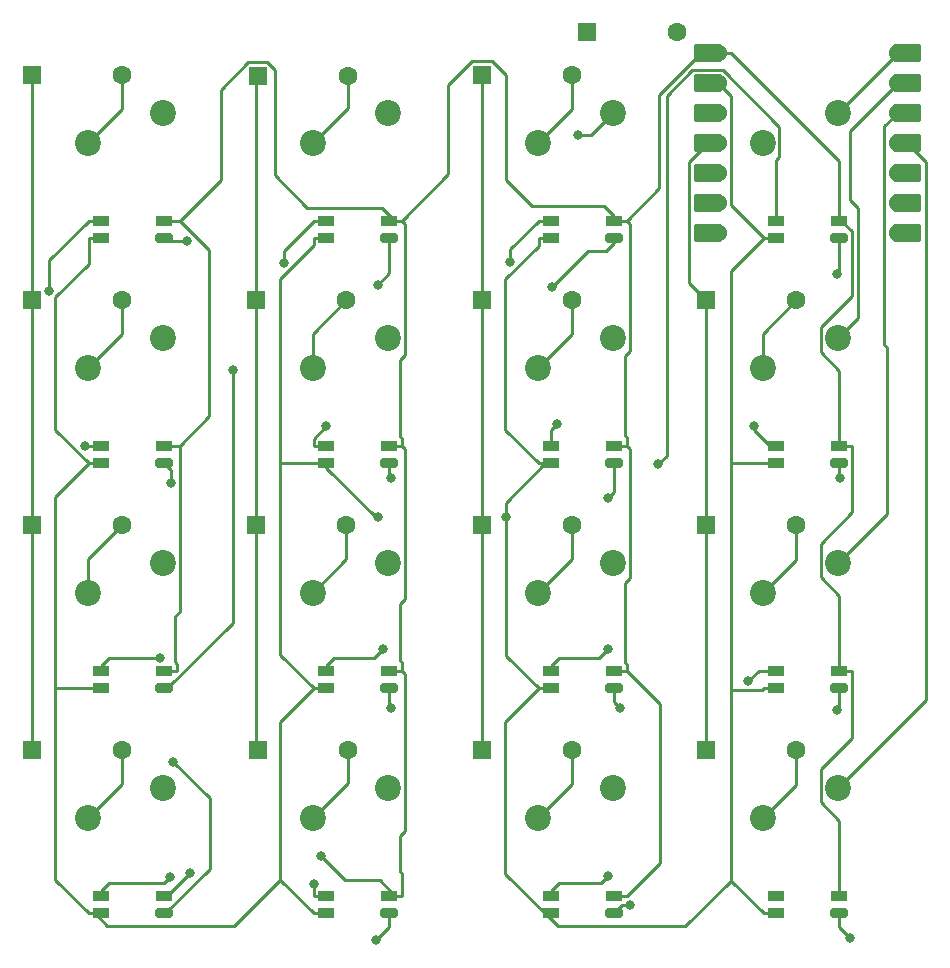
<source format=gbr>
%TF.GenerationSoftware,KiCad,Pcbnew,9.0.2*%
%TF.CreationDate,2025-06-30T11:30:22+02:00*%
%TF.ProjectId,HackPad,4861636b-5061-4642-9e6b-696361645f70,rev?*%
%TF.SameCoordinates,Original*%
%TF.FileFunction,Copper,L2,Bot*%
%TF.FilePolarity,Positive*%
%FSLAX46Y46*%
G04 Gerber Fmt 4.6, Leading zero omitted, Abs format (unit mm)*
G04 Created by KiCad (PCBNEW 9.0.2) date 2025-06-30 11:30:22*
%MOMM*%
%LPD*%
G01*
G04 APERTURE LIST*
G04 Aperture macros list*
%AMRoundRect*
0 Rectangle with rounded corners*
0 $1 Rounding radius*
0 $2 $3 $4 $5 $6 $7 $8 $9 X,Y pos of 4 corners*
0 Add a 4 corners polygon primitive as box body*
4,1,4,$2,$3,$4,$5,$6,$7,$8,$9,$2,$3,0*
0 Add four circle primitives for the rounded corners*
1,1,$1+$1,$2,$3*
1,1,$1+$1,$4,$5*
1,1,$1+$1,$6,$7*
1,1,$1+$1,$8,$9*
0 Add four rect primitives between the rounded corners*
20,1,$1+$1,$2,$3,$4,$5,0*
20,1,$1+$1,$4,$5,$6,$7,0*
20,1,$1+$1,$6,$7,$8,$9,0*
20,1,$1+$1,$8,$9,$2,$3,0*%
G04 Aperture macros list end*
%TA.AperFunction,ComponentPad*%
%ADD10C,2.200000*%
%TD*%
%TA.AperFunction,ComponentPad*%
%ADD11RoundRect,0.250000X-0.550000X-0.550000X0.550000X-0.550000X0.550000X0.550000X-0.550000X0.550000X0*%
%TD*%
%TA.AperFunction,ComponentPad*%
%ADD12C,1.600000*%
%TD*%
%TA.AperFunction,SMDPad,CuDef*%
%ADD13RoundRect,0.152400X-1.063600X-0.609600X1.063600X-0.609600X1.063600X0.609600X-1.063600X0.609600X0*%
%TD*%
%TA.AperFunction,ComponentPad*%
%ADD14C,1.524000*%
%TD*%
%TA.AperFunction,SMDPad,CuDef*%
%ADD15RoundRect,0.152400X1.063600X0.609600X-1.063600X0.609600X-1.063600X-0.609600X1.063600X-0.609600X0*%
%TD*%
%TA.AperFunction,SMDPad,CuDef*%
%ADD16R,1.450000X0.820000*%
%TD*%
%TA.AperFunction,SMDPad,CuDef*%
%ADD17RoundRect,0.205000X-0.520000X-0.205000X0.520000X-0.205000X0.520000X0.205000X-0.520000X0.205000X0*%
%TD*%
%TA.AperFunction,ViaPad*%
%ADD18C,0.800000*%
%TD*%
%TA.AperFunction,Conductor*%
%ADD19C,0.250000*%
%TD*%
G04 APERTURE END LIST*
D10*
%TO.P,SW6,1,1*%
%TO.N,Net-(U1-GPIO27{slash}ADC1{slash}A1)*%
X59690000Y-44926200D03*
%TO.P,SW6,2,2*%
%TO.N,Net-(D27-A)*%
X53340000Y-47466200D03*
%TD*%
%TO.P,SW13,1,1*%
%TO.N,Net-(U1-GPIO29{slash}ADC3{slash}A3)*%
X40640000Y-83026200D03*
%TO.P,SW13,2,2*%
%TO.N,Net-(D20-A)*%
X34290000Y-85566200D03*
%TD*%
%TO.P,SW8,1,1*%
%TO.N,Net-(U1-GPIO27{slash}ADC1{slash}A1)*%
X97790000Y-44926200D03*
%TO.P,SW8,2,2*%
%TO.N,Net-(D25-A)*%
X91440000Y-47466200D03*
%TD*%
%TO.P,SW9,1,1*%
%TO.N,Net-(U1-GPIO28{slash}ADC2{slash}A2)*%
X40640000Y-63976200D03*
%TO.P,SW9,2,2*%
%TO.N,Net-(D24-A)*%
X34290000Y-66516200D03*
%TD*%
%TO.P,SW12,1,1*%
%TO.N,Net-(U1-GPIO28{slash}ADC2{slash}A2)*%
X97790000Y-63976200D03*
%TO.P,SW12,2,2*%
%TO.N,Net-(D21-A)*%
X91440000Y-66516200D03*
%TD*%
%TO.P,SW1,1,1*%
%TO.N,Net-(U1-GPIO26{slash}ADC0{slash}A0)*%
X40640000Y-25876200D03*
%TO.P,SW1,2,2*%
%TO.N,Net-(D32-A)*%
X34290000Y-28416200D03*
%TD*%
%TO.P,SW4,1,1*%
%TO.N,Net-(U1-GPIO26{slash}ADC0{slash}A0)*%
X97790000Y-25876200D03*
%TO.P,SW4,2,2*%
%TO.N,Net-(D29-A)*%
X91440000Y-28416200D03*
%TD*%
%TO.P,SW3,1,1*%
%TO.N,Net-(U1-GPIO26{slash}ADC0{slash}A0)*%
X78740000Y-25876200D03*
%TO.P,SW3,2,2*%
%TO.N,Net-(D30-A)*%
X72390000Y-28416200D03*
%TD*%
%TO.P,SW15,1,1*%
%TO.N,Net-(U1-GPIO29{slash}ADC3{slash}A3)*%
X78740000Y-83026200D03*
%TO.P,SW15,2,2*%
%TO.N,Net-(D18-A)*%
X72390000Y-85566200D03*
%TD*%
%TO.P,SW16,1,1*%
%TO.N,Net-(U1-GPIO29{slash}ADC3{slash}A3)*%
X97790000Y-83026200D03*
%TO.P,SW16,2,2*%
%TO.N,Net-(D17-A)*%
X91440000Y-85566200D03*
%TD*%
%TO.P,SW2,1,1*%
%TO.N,Net-(U1-GPIO26{slash}ADC0{slash}A0)*%
X59690000Y-25876200D03*
%TO.P,SW2,2,2*%
%TO.N,Net-(D31-A)*%
X53340000Y-28416200D03*
%TD*%
%TO.P,SW14,1,1*%
%TO.N,Net-(U1-GPIO29{slash}ADC3{slash}A3)*%
X59690000Y-83026200D03*
%TO.P,SW14,2,2*%
%TO.N,Net-(D19-A)*%
X53340000Y-85566200D03*
%TD*%
%TO.P,SW7,1,1*%
%TO.N,Net-(U1-GPIO27{slash}ADC1{slash}A1)*%
X78740000Y-44926200D03*
%TO.P,SW7,2,2*%
%TO.N,Net-(D26-A)*%
X72390000Y-47466200D03*
%TD*%
%TO.P,SW5,1,1*%
%TO.N,Net-(U1-GPIO27{slash}ADC1{slash}A1)*%
X40640000Y-44926200D03*
%TO.P,SW5,2,2*%
%TO.N,Net-(D28-A)*%
X34290000Y-47466200D03*
%TD*%
%TO.P,SW11,1,1*%
%TO.N,Net-(U1-GPIO28{slash}ADC2{slash}A2)*%
X78740000Y-63976200D03*
%TO.P,SW11,2,2*%
%TO.N,Net-(D22-A)*%
X72390000Y-66516200D03*
%TD*%
%TO.P,SW10,1,1*%
%TO.N,Net-(U1-GPIO28{slash}ADC2{slash}A2)*%
X59690000Y-63976200D03*
%TO.P,SW10,2,2*%
%TO.N,Net-(D23-A)*%
X53340000Y-66516200D03*
%TD*%
D11*
%TO.P,D21,1,K*%
%TO.N,Net-(D17-K)*%
X86680000Y-60700000D03*
D12*
%TO.P,D21,2,A*%
%TO.N,Net-(D21-A)*%
X94300000Y-60700000D03*
%TD*%
D11*
%TO.P,D19,1,K*%
%TO.N,Net-(D19-K)*%
X48690000Y-79800000D03*
D12*
%TO.P,D19,2,A*%
%TO.N,Net-(D19-A)*%
X56310000Y-79800000D03*
%TD*%
D11*
%TO.P,D29,1,K*%
%TO.N,Net-(D17-K)*%
X76590000Y-19000000D03*
D12*
%TO.P,D29,2,A*%
%TO.N,Net-(D29-A)*%
X84210000Y-19000000D03*
%TD*%
D13*
%TO.P,U1,1,GPIO26/ADC0/A0*%
%TO.N,Net-(U1-GPIO26{slash}ADC0{slash}A0)*%
X103700000Y-20791200D03*
D14*
X102865000Y-20791200D03*
D13*
%TO.P,U1,2,GPIO27/ADC1/A1*%
%TO.N,Net-(U1-GPIO27{slash}ADC1{slash}A1)*%
X103700000Y-23331200D03*
D14*
X102865000Y-23331200D03*
D13*
%TO.P,U1,3,GPIO28/ADC2/A2*%
%TO.N,Net-(U1-GPIO28{slash}ADC2{slash}A2)*%
X103700000Y-25871200D03*
D14*
X102865000Y-25871200D03*
D13*
%TO.P,U1,4,GPIO29/ADC3/A3*%
%TO.N,Net-(U1-GPIO29{slash}ADC3{slash}A3)*%
X103700000Y-28411200D03*
D14*
X102865000Y-28411200D03*
D13*
%TO.P,U1,5,GPIO6/SDA*%
%TO.N,Net-(D1-DIN)*%
X103700000Y-30951200D03*
D14*
X102865000Y-30951200D03*
D13*
%TO.P,U1,6,GPIO7/SCL*%
%TO.N,unconnected-(U1-GPIO7{slash}SCL-Pad6)*%
X103700000Y-33491200D03*
D14*
X102865000Y-33491200D03*
D13*
%TO.P,U1,7,GPIO0/TX*%
%TO.N,unconnected-(U1-GPIO0{slash}TX-Pad7)*%
X103700000Y-36031200D03*
D14*
X102865000Y-36031200D03*
%TO.P,U1,8,GPIO1/RX*%
%TO.N,Net-(D20-K)*%
X87625000Y-36031200D03*
D15*
X86790000Y-36031200D03*
D14*
%TO.P,U1,9,GPIO2/SCK*%
%TO.N,Net-(D19-K)*%
X87625000Y-33491200D03*
D15*
X86790000Y-33491200D03*
D14*
%TO.P,U1,10,GPIO4/MISO*%
%TO.N,Net-(D18-K)*%
X87625000Y-30951200D03*
D15*
X86790000Y-30951200D03*
D14*
%TO.P,U1,11,GPIO3/MOSI*%
%TO.N,Net-(D17-K)*%
X87625000Y-28411200D03*
D15*
X86790000Y-28411200D03*
D14*
%TO.P,U1,12,3V3*%
%TO.N,unconnected-(U1-3V3-Pad12)*%
X87625000Y-25871200D03*
D15*
X86790000Y-25871200D03*
D14*
%TO.P,U1,13,GND*%
%TO.N,GND*%
X87625000Y-23331200D03*
D15*
X86790000Y-23331200D03*
D14*
%TO.P,U1,14,VBUS*%
%TO.N,+5V*%
X87625000Y-20791200D03*
D15*
X86790000Y-20791200D03*
%TD*%
D16*
%TO.P,D6,1,DOUT*%
%TO.N,Net-(D6-DOUT)*%
X54475000Y-54018700D03*
%TO.P,D6,2,VSS*%
%TO.N,GND*%
X54475000Y-55518700D03*
D17*
%TO.P,D6,3,DIN*%
%TO.N,Net-(D5-DOUT)*%
X59825000Y-55518700D03*
D16*
%TO.P,D6,4,VDD*%
%TO.N,+5V*%
X59825000Y-54018700D03*
%TD*%
D11*
%TO.P,D18,1,K*%
%TO.N,Net-(D18-K)*%
X67680000Y-79800000D03*
D12*
%TO.P,D18,2,A*%
%TO.N,Net-(D18-A)*%
X75300000Y-79800000D03*
%TD*%
D11*
%TO.P,D20,1,K*%
%TO.N,Net-(D20-K)*%
X29590000Y-79800000D03*
D12*
%TO.P,D20,2,A*%
%TO.N,Net-(D20-A)*%
X37210000Y-79800000D03*
%TD*%
D16*
%TO.P,D13,1,DOUT*%
%TO.N,Net-(D13-DOUT)*%
X35425000Y-92118700D03*
%TO.P,D13,2,VSS*%
%TO.N,GND*%
X35425000Y-93618700D03*
D17*
%TO.P,D13,3,DIN*%
%TO.N,Net-(D12-DOUT)*%
X40775000Y-93618700D03*
D16*
%TO.P,D13,4,VDD*%
%TO.N,+5V*%
X40775000Y-92118700D03*
%TD*%
%TO.P,D10,1,DOUT*%
%TO.N,Net-(D10-DOUT)*%
X54475000Y-73068700D03*
%TO.P,D10,2,VSS*%
%TO.N,GND*%
X54475000Y-74568700D03*
D17*
%TO.P,D10,3,DIN*%
%TO.N,Net-(D10-DIN)*%
X59825000Y-74568700D03*
D16*
%TO.P,D10,4,VDD*%
%TO.N,+5V*%
X59825000Y-73068700D03*
%TD*%
D11*
%TO.P,D24,1,K*%
%TO.N,Net-(D20-K)*%
X29600000Y-60700000D03*
D12*
%TO.P,D24,2,A*%
%TO.N,Net-(D24-A)*%
X37220000Y-60700000D03*
%TD*%
D16*
%TO.P,D9,1,DOUT*%
%TO.N,Net-(D10-DIN)*%
X35425000Y-73068700D03*
%TO.P,D9,2,VSS*%
%TO.N,GND*%
X35425000Y-74568700D03*
D17*
%TO.P,D9,3,DIN*%
%TO.N,Net-(D8-DOUT)*%
X40775000Y-74568700D03*
D16*
%TO.P,D9,4,VDD*%
%TO.N,+5V*%
X40775000Y-73068700D03*
%TD*%
%TO.P,D2,1,DOUT*%
%TO.N,Net-(D2-DOUT)*%
X54475000Y-34968700D03*
%TO.P,D2,2,VSS*%
%TO.N,GND*%
X54475000Y-36468700D03*
D17*
%TO.P,D2,3,DIN*%
%TO.N,Net-(D1-DOUT)*%
X59825000Y-36468700D03*
D16*
%TO.P,D2,4,VDD*%
%TO.N,+5V*%
X59825000Y-34968700D03*
%TD*%
%TO.P,D5,1,DOUT*%
%TO.N,Net-(D5-DOUT)*%
X35425000Y-54018700D03*
%TO.P,D5,2,VSS*%
%TO.N,GND*%
X35425000Y-55518700D03*
D17*
%TO.P,D5,3,DIN*%
%TO.N,Net-(D4-DOUT)*%
X40775000Y-55518700D03*
D16*
%TO.P,D5,4,VDD*%
%TO.N,+5V*%
X40775000Y-54018700D03*
%TD*%
%TO.P,D1,1,DOUT*%
%TO.N,Net-(D1-DOUT)*%
X35425000Y-34968700D03*
%TO.P,D1,2,VSS*%
%TO.N,GND*%
X35425000Y-36468700D03*
D17*
%TO.P,D1,3,DIN*%
%TO.N,Net-(D1-DIN)*%
X40775000Y-36468700D03*
D16*
%TO.P,D1,4,VDD*%
%TO.N,+5V*%
X40775000Y-34968700D03*
%TD*%
%TO.P,D4,1,DOUT*%
%TO.N,Net-(D4-DOUT)*%
X92575000Y-34968700D03*
%TO.P,D4,2,VSS*%
%TO.N,GND*%
X92575000Y-36468700D03*
D17*
%TO.P,D4,3,DIN*%
%TO.N,Net-(D3-DOUT)*%
X97925000Y-36468700D03*
D16*
%TO.P,D4,4,VDD*%
%TO.N,+5V*%
X97925000Y-34968700D03*
%TD*%
%TO.P,D11,1,DOUT*%
%TO.N,Net-(D11-DOUT)*%
X73525000Y-73068700D03*
%TO.P,D11,2,VSS*%
%TO.N,GND*%
X73525000Y-74568700D03*
D17*
%TO.P,D11,3,DIN*%
%TO.N,Net-(D10-DOUT)*%
X78875000Y-74568700D03*
D16*
%TO.P,D11,4,VDD*%
%TO.N,+5V*%
X78875000Y-73068700D03*
%TD*%
%TO.P,D7,1,DOUT*%
%TO.N,Net-(D7-DOUT)*%
X73525000Y-54018700D03*
%TO.P,D7,2,VSS*%
%TO.N,GND*%
X73525000Y-55518700D03*
D17*
%TO.P,D7,3,DIN*%
%TO.N,Net-(D6-DOUT)*%
X78875000Y-55518700D03*
D16*
%TO.P,D7,4,VDD*%
%TO.N,+5V*%
X78875000Y-54018700D03*
%TD*%
%TO.P,D3,1,DOUT*%
%TO.N,Net-(D3-DOUT)*%
X73525000Y-34968700D03*
%TO.P,D3,2,VSS*%
%TO.N,GND*%
X73525000Y-36468700D03*
D17*
%TO.P,D3,3,DIN*%
%TO.N,Net-(D2-DOUT)*%
X78875000Y-36468700D03*
D16*
%TO.P,D3,4,VDD*%
%TO.N,+5V*%
X78875000Y-34968700D03*
%TD*%
D11*
%TO.P,D30,1,K*%
%TO.N,Net-(D18-K)*%
X67690000Y-22600000D03*
D12*
%TO.P,D30,2,A*%
%TO.N,Net-(D30-A)*%
X75310000Y-22600000D03*
%TD*%
D16*
%TO.P,D14,1,DOUT*%
%TO.N,Net-(D14-DOUT)*%
X54475000Y-92118700D03*
%TO.P,D14,2,VSS*%
%TO.N,GND*%
X54475000Y-93618700D03*
D17*
%TO.P,D14,3,DIN*%
%TO.N,Net-(D13-DOUT)*%
X59825000Y-93618700D03*
D16*
%TO.P,D14,4,VDD*%
%TO.N,+5V*%
X59825000Y-92118700D03*
%TD*%
%TO.P,D8,1,DOUT*%
%TO.N,Net-(D8-DOUT)*%
X92575000Y-54018700D03*
%TO.P,D8,2,VSS*%
%TO.N,GND*%
X92575000Y-55518700D03*
D17*
%TO.P,D8,3,DIN*%
%TO.N,Net-(D7-DOUT)*%
X97925000Y-55518700D03*
D16*
%TO.P,D8,4,VDD*%
%TO.N,+5V*%
X97925000Y-54018700D03*
%TD*%
D11*
%TO.P,D25,1,K*%
%TO.N,Net-(D17-K)*%
X86690000Y-41700000D03*
D12*
%TO.P,D25,2,A*%
%TO.N,Net-(D25-A)*%
X94310000Y-41700000D03*
%TD*%
D16*
%TO.P,D16,1,DOUT*%
%TO.N,unconnected-(D16-DOUT-Pad1)*%
X92575000Y-92118700D03*
%TO.P,D16,2,VSS*%
%TO.N,GND*%
X92575000Y-93618700D03*
D17*
%TO.P,D16,3,DIN*%
%TO.N,Net-(D15-DOUT)*%
X97925000Y-93618700D03*
D16*
%TO.P,D16,4,VDD*%
%TO.N,+5V*%
X97925000Y-92118700D03*
%TD*%
D11*
%TO.P,D31,1,K*%
%TO.N,Net-(D19-K)*%
X48690000Y-22700000D03*
D12*
%TO.P,D31,2,A*%
%TO.N,Net-(D31-A)*%
X56310000Y-22700000D03*
%TD*%
D16*
%TO.P,D15,1,DOUT*%
%TO.N,Net-(D15-DOUT)*%
X73525000Y-92118700D03*
%TO.P,D15,2,VSS*%
%TO.N,GND*%
X73525000Y-93618700D03*
D17*
%TO.P,D15,3,DIN*%
%TO.N,Net-(D14-DOUT)*%
X78875000Y-93618700D03*
D16*
%TO.P,D15,4,VDD*%
%TO.N,+5V*%
X78875000Y-92118700D03*
%TD*%
D11*
%TO.P,D28,1,K*%
%TO.N,Net-(D20-K)*%
X29590000Y-41700000D03*
D12*
%TO.P,D28,2,A*%
%TO.N,Net-(D28-A)*%
X37210000Y-41700000D03*
%TD*%
D11*
%TO.P,D23,1,K*%
%TO.N,Net-(D19-K)*%
X48590000Y-60700000D03*
D12*
%TO.P,D23,2,A*%
%TO.N,Net-(D23-A)*%
X56210000Y-60700000D03*
%TD*%
D11*
%TO.P,D26,1,K*%
%TO.N,Net-(D18-K)*%
X67690000Y-41700000D03*
D12*
%TO.P,D26,2,A*%
%TO.N,Net-(D26-A)*%
X75310000Y-41700000D03*
%TD*%
D11*
%TO.P,D17,1,K*%
%TO.N,Net-(D17-K)*%
X86680000Y-79800000D03*
D12*
%TO.P,D17,2,A*%
%TO.N,Net-(D17-A)*%
X94300000Y-79800000D03*
%TD*%
D11*
%TO.P,D27,1,K*%
%TO.N,Net-(D19-K)*%
X48590000Y-41700000D03*
D12*
%TO.P,D27,2,A*%
%TO.N,Net-(D27-A)*%
X56210000Y-41700000D03*
%TD*%
D11*
%TO.P,D22,1,K*%
%TO.N,Net-(D18-K)*%
X67690000Y-60700000D03*
D12*
%TO.P,D22,2,A*%
%TO.N,Net-(D22-A)*%
X75310000Y-60700000D03*
%TD*%
D16*
%TO.P,D12,1,DOUT*%
%TO.N,Net-(D12-DOUT)*%
X92575000Y-73068700D03*
%TO.P,D12,2,VSS*%
%TO.N,GND*%
X92575000Y-74568700D03*
D17*
%TO.P,D12,3,DIN*%
%TO.N,Net-(D11-DOUT)*%
X97925000Y-74568700D03*
D16*
%TO.P,D12,4,VDD*%
%TO.N,+5V*%
X97925000Y-73068700D03*
%TD*%
D11*
%TO.P,D32,1,K*%
%TO.N,Net-(D20-K)*%
X29590000Y-22600000D03*
D12*
%TO.P,D32,2,A*%
%TO.N,Net-(D32-A)*%
X37210000Y-22600000D03*
%TD*%
D18*
%TO.N,+5V*%
X54035000Y-88766400D03*
X42950700Y-90221300D03*
%TO.N,GND*%
X69682000Y-60059500D03*
X58853600Y-60059500D03*
%TO.N,Net-(D1-DIN)*%
X42696400Y-36683500D03*
%TO.N,Net-(D1-DOUT)*%
X58853600Y-40401200D03*
X31035400Y-40948200D03*
%TO.N,Net-(D2-DOUT)*%
X73582300Y-40585900D03*
X50883700Y-38566200D03*
%TO.N,Net-(D3-DOUT)*%
X70085900Y-38474800D03*
X97726200Y-39452800D03*
%TO.N,Net-(D4-DOUT)*%
X82619100Y-55544300D03*
X41364400Y-57197700D03*
%TO.N,Net-(D5-DOUT)*%
X34092900Y-54065400D03*
X59958500Y-56733300D03*
%TO.N,Net-(D6-DOUT)*%
X78364300Y-58471100D03*
X54475000Y-52379700D03*
%TO.N,Net-(D7-DOUT)*%
X98017700Y-56733300D03*
X74021300Y-52211000D03*
%TO.N,Net-(D8-DOUT)*%
X90726000Y-52328800D03*
X46609500Y-47572700D03*
%TO.N,Net-(D10-DIN)*%
X59958500Y-76222800D03*
X40409100Y-71982400D03*
%TO.N,Net-(D10-DOUT)*%
X59303700Y-71261000D03*
X79363100Y-76222800D03*
%TO.N,Net-(D11-DOUT)*%
X78353700Y-71261000D03*
X97720400Y-76392400D03*
%TO.N,Net-(D12-DOUT)*%
X90221700Y-73962000D03*
X41531000Y-80758700D03*
%TO.N,Net-(D13-DOUT)*%
X58704300Y-95881900D03*
X41240800Y-90567700D03*
%TO.N,Net-(D14-DOUT)*%
X53458500Y-91102200D03*
X80250600Y-92926400D03*
%TO.N,Net-(D15-DOUT)*%
X78357700Y-90439500D03*
X98852600Y-95712300D03*
%TO.N,Net-(U1-GPIO26{slash}ADC0{slash}A0)*%
X75782700Y-27682300D03*
%TD*%
D19*
%TO.N,+5V*%
X78875000Y-73068700D02*
X79926700Y-73068700D01*
X61168000Y-54310000D02*
X61168000Y-66966200D01*
X82706700Y-32188700D02*
X79926700Y-34968700D01*
X78875000Y-54018700D02*
X79926700Y-54018700D01*
X97925000Y-54018700D02*
X98976700Y-54018700D01*
X60876700Y-90230800D02*
X60745100Y-90099200D01*
X87625000Y-20791200D02*
X88779000Y-20791200D01*
X42950700Y-90221200D02*
X42950700Y-90221300D01*
X99010300Y-54052300D02*
X99010300Y-59665600D01*
X79926700Y-72516200D02*
X79795200Y-72384700D01*
X60876700Y-72332000D02*
X60876700Y-73068700D01*
X80207100Y-45999100D02*
X79795100Y-46411100D01*
X79926700Y-53282000D02*
X79926700Y-54018700D01*
X60876700Y-34968700D02*
X64840300Y-31005100D01*
X88779000Y-20791200D02*
X97925000Y-29937200D01*
X60745100Y-87027300D02*
X61156500Y-86615900D01*
X68490500Y-21464200D02*
X69693300Y-22667000D01*
X40775000Y-54018700D02*
X41300900Y-54018700D01*
X42091100Y-68069200D02*
X42091100Y-54024300D01*
X41053300Y-92118700D02*
X40775000Y-92118700D01*
X41826700Y-72499300D02*
X41690300Y-72362900D01*
X49478800Y-21549200D02*
X47874400Y-21549200D01*
X96351700Y-84206000D02*
X97925000Y-85779300D01*
X96360700Y-46115000D02*
X97925000Y-47679300D01*
X41690300Y-68470000D02*
X42091100Y-68069200D01*
X50156600Y-31119700D02*
X50156600Y-22227000D01*
X79795100Y-53150400D02*
X79926700Y-53282000D01*
X60350900Y-92118700D02*
X59049200Y-90817000D01*
X96351700Y-65156000D02*
X97925000Y-66729300D01*
X71876300Y-33738200D02*
X78029100Y-33738200D01*
X64840300Y-31005100D02*
X64840300Y-23454800D01*
X98976700Y-73068700D02*
X98996300Y-73088300D01*
X59825000Y-34968700D02*
X60350900Y-34968700D01*
X42093100Y-34968700D02*
X41826700Y-34968700D01*
X42950700Y-90221300D02*
X41053300Y-92118700D01*
X60748400Y-46726900D02*
X61171700Y-46303600D01*
X45546300Y-23877300D02*
X45546300Y-31515500D01*
X97925000Y-34160100D02*
X97925000Y-34786000D01*
X82706700Y-24329200D02*
X82706700Y-32188700D01*
X52908600Y-33871700D02*
X50156600Y-31119700D01*
X99007900Y-35868900D02*
X99007900Y-41349200D01*
X86790000Y-20791200D02*
X86244700Y-20791200D01*
X97925000Y-47679300D02*
X97925000Y-54018700D01*
X97925000Y-66729300D02*
X97925000Y-73068700D01*
X61156500Y-86615900D02*
X61156500Y-73348500D01*
X40775000Y-73068700D02*
X41826700Y-73068700D01*
X97925000Y-73068700D02*
X98976700Y-73068700D01*
X42950700Y-90221300D02*
X42950700Y-90221200D01*
X60876700Y-92118700D02*
X60876700Y-90230800D01*
X96351700Y-62324200D02*
X96351700Y-65156000D01*
X78029100Y-33738200D02*
X78875000Y-34584100D01*
X50156600Y-22227000D02*
X49478800Y-21549200D01*
X86790000Y-20791200D02*
X87625000Y-20791200D01*
X96351700Y-81374200D02*
X96351700Y-84206000D01*
X61156500Y-73348500D02*
X60876700Y-73068700D01*
X80207100Y-35249100D02*
X80207100Y-45999100D01*
X40775000Y-34968700D02*
X41826700Y-34968700D01*
X97925000Y-34786000D02*
X99007900Y-35868900D01*
X41690300Y-72362900D02*
X41690300Y-68470000D01*
X61171700Y-46303600D02*
X61171700Y-35263700D01*
X98996300Y-78729600D02*
X96351700Y-81374200D01*
X56085600Y-90817000D02*
X54035000Y-88766400D01*
X44609100Y-51495100D02*
X44609100Y-37484700D01*
X47874400Y-21549200D02*
X45546300Y-23877300D01*
X82724500Y-75866500D02*
X82724500Y-89320900D01*
X60745100Y-67389100D02*
X60745100Y-72200400D01*
X42091100Y-54024300D02*
X42085500Y-54018700D01*
X41300900Y-54018700D02*
X42085500Y-54018700D01*
X79795200Y-72384700D02*
X79795200Y-65670100D01*
X60350900Y-34968700D02*
X59253900Y-33871700D01*
X59825000Y-54018700D02*
X60876700Y-54018700D01*
X79926700Y-34968700D02*
X80207100Y-35249100D01*
X61168000Y-66966200D02*
X60745100Y-67389100D01*
X78875000Y-34968700D02*
X79926700Y-34968700D01*
X96360700Y-43996400D02*
X96360700Y-46115000D01*
X59049200Y-90817000D02*
X56085600Y-90817000D01*
X59825000Y-73068700D02*
X60876700Y-73068700D01*
X60748400Y-53268100D02*
X60748400Y-46726900D01*
X79795200Y-65670100D02*
X80222700Y-65242600D01*
X60350900Y-34968700D02*
X60876700Y-34968700D01*
X66830900Y-21464200D02*
X68490500Y-21464200D01*
X97925000Y-34160100D02*
X97925000Y-34968700D01*
X45546300Y-31515500D02*
X42093100Y-34968700D01*
X97925000Y-85779300D02*
X97925000Y-92118700D01*
X64840300Y-23454800D02*
X66830900Y-21464200D01*
X60876700Y-54018700D02*
X61168000Y-54310000D01*
X97925000Y-29937200D02*
X97925000Y-34160100D01*
X60876700Y-54018700D02*
X60876700Y-53396400D01*
X41826700Y-73068700D02*
X41826700Y-72499300D01*
X82724500Y-89320900D02*
X79926700Y-92118700D01*
X59825000Y-92118700D02*
X60350900Y-92118700D01*
X99010300Y-59665600D02*
X96351700Y-62324200D01*
X61171700Y-35263700D02*
X60876700Y-34968700D01*
X60745100Y-90099200D02*
X60745100Y-87027300D01*
X60745100Y-72200400D02*
X60876700Y-72332000D01*
X79795100Y-46411100D02*
X79795100Y-53150400D01*
X98996300Y-73088300D02*
X98996300Y-78729600D01*
X60350900Y-92118700D02*
X60876700Y-92118700D01*
X80222700Y-54314700D02*
X79926700Y-54018700D01*
X60876700Y-53396400D02*
X60748400Y-53268100D01*
X78875000Y-92118700D02*
X79926700Y-92118700D01*
X69693300Y-22667000D02*
X69693300Y-31555200D01*
X79926700Y-73068700D02*
X79926700Y-72516200D01*
X44609100Y-37484700D02*
X42093100Y-34968700D01*
X69693300Y-31555200D02*
X71876300Y-33738200D01*
X80222700Y-65242600D02*
X80222700Y-54314700D01*
X99007900Y-41349200D02*
X96360700Y-43996400D01*
X42085500Y-54018700D02*
X44609100Y-51495100D01*
X59253900Y-33871700D02*
X52908600Y-33871700D01*
X79926700Y-73068700D02*
X82724500Y-75866500D01*
X86244700Y-20791200D02*
X82706700Y-24329200D01*
X78875000Y-34584100D02*
X78875000Y-34968700D01*
X98976700Y-54018700D02*
X99010300Y-54052300D01*
%TO.N,GND*%
X31557500Y-90802900D02*
X31557500Y-74568700D01*
X84865800Y-94716200D02*
X88743300Y-90838700D01*
X88743300Y-90838700D02*
X88743300Y-74688700D01*
X88728600Y-24434800D02*
X88728600Y-33674000D01*
X34899200Y-93618700D02*
X35975900Y-94695400D01*
X69682000Y-58835900D02*
X69682000Y-60059500D01*
X88743300Y-74688700D02*
X91403300Y-74688700D01*
X92575000Y-36468700D02*
X91523300Y-36468700D01*
X50610600Y-39867000D02*
X53423300Y-37054300D01*
X73525000Y-55518700D02*
X72999200Y-55518700D01*
X50610600Y-55518700D02*
X50610600Y-39867000D01*
X54475000Y-55518700D02*
X53423300Y-55518700D01*
X35425000Y-36468700D02*
X34373300Y-36468700D01*
X50610600Y-55518700D02*
X53423300Y-55518700D01*
X50606800Y-77385200D02*
X50606800Y-90802200D01*
X54475000Y-55866400D02*
X58668100Y-60059500D01*
X72473300Y-55518700D02*
X69654200Y-52699600D01*
X54475000Y-36468700D02*
X53423300Y-36468700D01*
X88743300Y-55518700D02*
X88743300Y-39248700D01*
X69664700Y-77377300D02*
X69664700Y-90284200D01*
X69664700Y-90284200D02*
X72999200Y-93618700D01*
X72999200Y-55518700D02*
X72473300Y-55518700D01*
X34373300Y-38638000D02*
X34373300Y-36468700D01*
X31557500Y-74568700D02*
X34373300Y-74568700D01*
X87625000Y-23331200D02*
X88728600Y-24434800D01*
X73525000Y-93618700D02*
X72999200Y-93618700D01*
X31547100Y-52692500D02*
X31547100Y-41464200D01*
X88728600Y-33674000D02*
X91523300Y-36468700D01*
X31557500Y-58334500D02*
X34373300Y-55518700D01*
X53423300Y-74568700D02*
X50606800Y-77385200D01*
X35425000Y-93618700D02*
X34899200Y-93618700D01*
X35975900Y-94695400D02*
X46713600Y-94695400D01*
X58668100Y-60059500D02*
X58853600Y-60059500D01*
X34899200Y-93618700D02*
X34373300Y-93618700D01*
X88743300Y-90838700D02*
X91523300Y-93618700D01*
X54475000Y-93618700D02*
X53423300Y-93618700D01*
X54475000Y-74568700D02*
X53423300Y-74568700D01*
X92575000Y-55518700D02*
X91523300Y-55518700D01*
X34373300Y-55518700D02*
X31547100Y-52692500D01*
X46713600Y-94695400D02*
X50606800Y-90802200D01*
X54475000Y-55518700D02*
X54475000Y-55866400D01*
X35425000Y-55518700D02*
X34373300Y-55518700D01*
X86790000Y-23331200D02*
X87625000Y-23331200D01*
X74096700Y-94716200D02*
X84865800Y-94716200D01*
X69682000Y-60059500D02*
X69682000Y-71777400D01*
X69682000Y-71777400D02*
X72473300Y-74568700D01*
X91403300Y-74688700D02*
X91523300Y-74568700D01*
X31557500Y-74568700D02*
X31557500Y-58334500D01*
X92575000Y-93618700D02*
X91523300Y-93618700D01*
X72473300Y-74568700D02*
X69664700Y-77377300D01*
X91523300Y-55518700D02*
X88743300Y-55518700D01*
X50610600Y-71756000D02*
X53423300Y-74568700D01*
X88743300Y-74688700D02*
X88743300Y-55518700D01*
X73525000Y-36468700D02*
X72473300Y-36468700D01*
X88743300Y-39248700D02*
X91523300Y-36468700D01*
X31547100Y-41464200D02*
X34373300Y-38638000D01*
X69654200Y-52699600D02*
X69654200Y-39934200D01*
X92575000Y-74568700D02*
X91523300Y-74568700D01*
X53423300Y-37054300D02*
X53423300Y-36468700D01*
X72999200Y-55518700D02*
X69682000Y-58835900D01*
X72999200Y-93618700D02*
X74096700Y-94716200D01*
X50606800Y-90802200D02*
X53423300Y-93618700D01*
X72473300Y-37115100D02*
X72473300Y-36468700D01*
X73525000Y-74568700D02*
X72473300Y-74568700D01*
X35425000Y-74568700D02*
X34373300Y-74568700D01*
X34373300Y-93618700D02*
X31557500Y-90802900D01*
X50610600Y-55518700D02*
X50610600Y-71756000D01*
X69654200Y-39934200D02*
X72473300Y-37115100D01*
%TO.N,Net-(D1-DIN)*%
X103700000Y-30951200D02*
X102865000Y-30951200D01*
X42696400Y-36683500D02*
X40989800Y-36683500D01*
X40989800Y-36683500D02*
X40775000Y-36468700D01*
%TO.N,Net-(D1-DOUT)*%
X31035400Y-38306600D02*
X31035400Y-40948200D01*
X59825000Y-39429800D02*
X59825000Y-36468700D01*
X58853600Y-40401200D02*
X59825000Y-39429800D01*
X35425000Y-34968700D02*
X34373300Y-34968700D01*
X34373300Y-34968700D02*
X31035400Y-38306600D01*
%TO.N,Net-(D2-DOUT)*%
X76622800Y-37545400D02*
X73582300Y-40585900D01*
X50883700Y-37508300D02*
X53423300Y-34968700D01*
X54475000Y-34968700D02*
X53423300Y-34968700D01*
X78201500Y-37545400D02*
X76622800Y-37545400D01*
X50883700Y-38566200D02*
X50883700Y-37508300D01*
X78875000Y-36871900D02*
X78201500Y-37545400D01*
X78875000Y-36468700D02*
X78875000Y-36871900D01*
%TO.N,Net-(D3-DOUT)*%
X97925000Y-39254000D02*
X97726200Y-39452800D01*
X70085900Y-37356100D02*
X72473300Y-34968700D01*
X97925000Y-36468700D02*
X97925000Y-39254000D01*
X70085900Y-38474800D02*
X70085900Y-37356100D01*
X73525000Y-34968700D02*
X72473300Y-34968700D01*
%TO.N,Net-(D4-DOUT)*%
X83317400Y-24422900D02*
X85503900Y-22236400D01*
X40775000Y-55518700D02*
X41364300Y-56108000D01*
X92866700Y-29538100D02*
X92575000Y-29829800D01*
X92866700Y-27004300D02*
X92866700Y-29538100D01*
X92575000Y-29829800D02*
X92575000Y-34968700D01*
X85503900Y-22236400D02*
X88098800Y-22236400D01*
X41364400Y-56108000D02*
X41364400Y-57197700D01*
X82619100Y-55544300D02*
X83317400Y-54846000D01*
X41364300Y-56108000D02*
X41364400Y-56108000D01*
X83317400Y-54846000D02*
X83317400Y-24422900D01*
X88098800Y-22236400D02*
X92866700Y-27004300D01*
%TO.N,Net-(D5-DOUT)*%
X34092900Y-54065400D02*
X34326600Y-54065400D01*
X59958500Y-56733300D02*
X59825000Y-56599800D01*
X35425000Y-54018700D02*
X34373300Y-54018700D01*
X59825000Y-56599800D02*
X59825000Y-55518700D01*
X34326600Y-54065400D02*
X34373300Y-54018700D01*
%TO.N,Net-(D6-DOUT)*%
X54475000Y-54018700D02*
X53423300Y-54018700D01*
X54475000Y-52379700D02*
X53423300Y-53431400D01*
X78875000Y-55518700D02*
X78875000Y-57960400D01*
X53423300Y-53431400D02*
X53423300Y-54018700D01*
X78875000Y-57960400D02*
X78364300Y-58471100D01*
%TO.N,Net-(D7-DOUT)*%
X74021300Y-52211000D02*
X73525000Y-52707300D01*
X97925000Y-56640600D02*
X97925000Y-55518700D01*
X98017700Y-56733300D02*
X97925000Y-56640600D01*
X73525000Y-52707300D02*
X73525000Y-54018700D01*
%TO.N,Net-(D8-DOUT)*%
X46609500Y-69012700D02*
X46609500Y-47572700D01*
X40775000Y-74568700D02*
X41053500Y-74568700D01*
X41053500Y-74568700D02*
X46609500Y-69012700D01*
X92049200Y-54018700D02*
X90726000Y-52695500D01*
X90726000Y-52695500D02*
X90726000Y-52328800D01*
X92575000Y-54018700D02*
X92049200Y-54018700D01*
%TO.N,Net-(D10-DIN)*%
X36111100Y-71982400D02*
X40409100Y-71982400D01*
X59825000Y-76089300D02*
X59825000Y-74568700D01*
X59958500Y-76222800D02*
X59825000Y-76089300D01*
X35425000Y-73068700D02*
X35425000Y-72668500D01*
X35425000Y-72668500D02*
X36111100Y-71982400D01*
%TO.N,Net-(D10-DOUT)*%
X78875000Y-75734700D02*
X78875000Y-74568700D01*
X58572700Y-71992000D02*
X59303700Y-71261000D01*
X54475000Y-73068700D02*
X54475000Y-72652200D01*
X55135200Y-71992000D02*
X58572700Y-71992000D01*
X79363100Y-76222800D02*
X78875000Y-75734700D01*
X54475000Y-72652200D02*
X55135200Y-71992000D01*
%TO.N,Net-(D11-DOUT)*%
X97925000Y-76187800D02*
X97925000Y-74568700D01*
X97720400Y-76392400D02*
X97925000Y-76187800D01*
X74198500Y-71992000D02*
X77622700Y-71992000D01*
X73525000Y-72665500D02*
X74198500Y-71992000D01*
X77622700Y-71992000D02*
X78353700Y-71261000D01*
X73525000Y-73068700D02*
X73525000Y-72665500D01*
%TO.N,Net-(D12-DOUT)*%
X92575000Y-73068700D02*
X91115000Y-73068700D01*
X40775000Y-93618700D02*
X40877700Y-93618700D01*
X91115000Y-73068700D02*
X90221700Y-73962000D01*
X44629600Y-89866800D02*
X44629600Y-83857300D01*
X40877700Y-93618700D02*
X44629600Y-89866800D01*
X44629600Y-83857300D02*
X41531000Y-80758700D01*
%TO.N,Net-(D13-DOUT)*%
X36098500Y-91042000D02*
X40766500Y-91042000D01*
X35425000Y-92118700D02*
X35425000Y-91715500D01*
X35425000Y-91715500D02*
X36098500Y-91042000D01*
X40766500Y-91042000D02*
X41240800Y-90567700D01*
X58704300Y-95881900D02*
X59825000Y-94761200D01*
X59825000Y-94761200D02*
X59825000Y-93618700D01*
%TO.N,Net-(D14-DOUT)*%
X53458500Y-91102200D02*
X53423300Y-91137400D01*
X53423300Y-91137400D02*
X53423300Y-92118700D01*
X80250600Y-92926400D02*
X80079800Y-92926400D01*
X79567300Y-92926400D02*
X78875000Y-93618700D01*
X54475000Y-92118700D02*
X53423300Y-92118700D01*
X53458500Y-91102200D02*
X53458500Y-90997400D01*
X80250600Y-92926400D02*
X79567300Y-92926400D01*
X53458500Y-90997400D02*
X53458500Y-91102200D01*
X80079800Y-92926400D02*
X80250600Y-92926400D01*
%TO.N,Net-(D15-DOUT)*%
X73525000Y-91715500D02*
X74198500Y-91042000D01*
X73525000Y-92118700D02*
X73525000Y-91715500D01*
X97925000Y-94784700D02*
X97925000Y-93618700D01*
X74198500Y-91042000D02*
X77755200Y-91042000D01*
X77755200Y-91042000D02*
X78357700Y-90439500D01*
X98852600Y-95712300D02*
X97925000Y-94784700D01*
%TO.N,Net-(D17-K)*%
X85229500Y-40239500D02*
X86690000Y-41700000D01*
X86680000Y-60700000D02*
X86680000Y-41710000D01*
X86680000Y-41710000D02*
X86690000Y-41700000D01*
X86790000Y-28411200D02*
X87625000Y-28411200D01*
X85229500Y-29971700D02*
X85229500Y-40239500D01*
X86680000Y-79800000D02*
X86680000Y-60700000D01*
X86790000Y-28411200D02*
X85229500Y-29971700D01*
%TO.N,Net-(D17-A)*%
X94300000Y-79800000D02*
X94300000Y-82706200D01*
X94300000Y-82706200D02*
X91440000Y-85566200D01*
%TO.N,Net-(D18-K)*%
X67680000Y-79800000D02*
X67690000Y-79790000D01*
X67690000Y-79790000D02*
X67690000Y-60700000D01*
X87625000Y-30951200D02*
X86790000Y-30951200D01*
X67690000Y-60700000D02*
X67690000Y-41700000D01*
X67690000Y-22600000D02*
X67690000Y-41700000D01*
%TO.N,Net-(D18-A)*%
X75300000Y-82656200D02*
X75300000Y-79800000D01*
X72390000Y-85566200D02*
X75300000Y-82656200D01*
%TO.N,Net-(D19-A)*%
X56310000Y-82596200D02*
X56310000Y-79800000D01*
X53340000Y-85566200D02*
X56310000Y-82596200D01*
%TO.N,Net-(D19-K)*%
X48590000Y-60700000D02*
X48590000Y-41700000D01*
X48590000Y-41700000D02*
X48590000Y-22800000D01*
X48690000Y-79800000D02*
X48590000Y-79700000D01*
X48590000Y-79700000D02*
X48590000Y-60700000D01*
X48590000Y-22800000D02*
X48690000Y-22700000D01*
X87625000Y-33491200D02*
X86790000Y-33491200D01*
%TO.N,Net-(D20-K)*%
X29590000Y-22600000D02*
X29590000Y-41700000D01*
X87625000Y-36031200D02*
X86790000Y-36031200D01*
X29600000Y-79790000D02*
X29600000Y-60700000D01*
X29590000Y-79800000D02*
X29600000Y-79790000D01*
X29600000Y-60700000D02*
X29600000Y-41710000D01*
X29600000Y-41710000D02*
X29590000Y-41700000D01*
%TO.N,Net-(D20-A)*%
X37210000Y-82646200D02*
X37210000Y-79800000D01*
X34290000Y-85566200D02*
X37210000Y-82646200D01*
%TO.N,Net-(D21-A)*%
X94300000Y-63656200D02*
X91440000Y-66516200D01*
X94300000Y-60700000D02*
X94300000Y-63656200D01*
%TO.N,Net-(D22-A)*%
X75310000Y-63596200D02*
X72390000Y-66516200D01*
X75310000Y-60700000D02*
X75310000Y-63596200D01*
%TO.N,Net-(D23-A)*%
X53340000Y-66516200D02*
X56210000Y-63646200D01*
X56210000Y-63646200D02*
X56210000Y-60700000D01*
%TO.N,Net-(D24-A)*%
X37220000Y-60700000D02*
X34290000Y-63630000D01*
X34290000Y-63630000D02*
X34290000Y-66516200D01*
%TO.N,Net-(D25-A)*%
X91440000Y-47466200D02*
X91440000Y-44570000D01*
X91440000Y-44570000D02*
X94310000Y-41700000D01*
%TO.N,Net-(D26-A)*%
X75310000Y-41700000D02*
X75310000Y-44546200D01*
X75310000Y-44546200D02*
X72390000Y-47466200D01*
%TO.N,Net-(D27-A)*%
X56210000Y-41700000D02*
X53340000Y-44570000D01*
X53340000Y-44570000D02*
X53340000Y-47466200D01*
%TO.N,Net-(D28-A)*%
X37210000Y-44546200D02*
X37210000Y-41700000D01*
X34290000Y-47466200D02*
X37210000Y-44546200D01*
%TO.N,Net-(D30-A)*%
X75310000Y-22600000D02*
X75310000Y-25496200D01*
X75310000Y-25496200D02*
X72390000Y-28416200D01*
%TO.N,Net-(D31-A)*%
X56310000Y-25446200D02*
X53340000Y-28416200D01*
X56310000Y-22700000D02*
X56310000Y-25446200D01*
%TO.N,Net-(D32-A)*%
X37210000Y-22600000D02*
X37210000Y-25496200D01*
X37210000Y-25496200D02*
X34290000Y-28416200D01*
%TO.N,Net-(U1-GPIO26{slash}ADC0{slash}A0)*%
X76933900Y-27682300D02*
X78740000Y-25876200D01*
X97790000Y-25876200D02*
X102865000Y-20801200D01*
X102865000Y-20801200D02*
X102865000Y-20791200D01*
X75782700Y-27682300D02*
X76933900Y-27682300D01*
X103700000Y-20791200D02*
X102865000Y-20791200D01*
%TO.N,Net-(U1-GPIO27{slash}ADC1{slash}A1)*%
X98851800Y-27344400D02*
X102865000Y-23331200D01*
X103700000Y-23331200D02*
X102865000Y-23331200D01*
X99491700Y-43224500D02*
X99491700Y-33874200D01*
X99491700Y-33874200D02*
X98851800Y-33234300D01*
X98851800Y-33234300D02*
X98851800Y-27344400D01*
X97790000Y-44926200D02*
X99491700Y-43224500D01*
%TO.N,Net-(U1-GPIO28{slash}ADC2{slash}A2)*%
X101943800Y-45682600D02*
X101758200Y-45497000D01*
X101758200Y-45497000D02*
X101758200Y-26978000D01*
X103700000Y-25871200D02*
X102865000Y-25871200D01*
X97790000Y-63976200D02*
X101943800Y-59822400D01*
X101758200Y-26978000D02*
X102865000Y-25871200D01*
X101943800Y-59822400D02*
X101943800Y-45682600D01*
X101943800Y-45682600D02*
X101758200Y-45497000D01*
%TO.N,Net-(U1-GPIO29{slash}ADC3{slash}A3)*%
X103700000Y-28411200D02*
X105252300Y-29963500D01*
X103700000Y-28411200D02*
X102865000Y-28411200D01*
X105252300Y-29963500D02*
X105252300Y-75563900D01*
X105252300Y-75563900D02*
X97790000Y-83026200D01*
%TO.N,unconnected-(U1-GPIO0{slash}TX-Pad7)*%
X102865000Y-36031200D02*
X103700000Y-36031200D01*
%TO.N,unconnected-(U1-3V3-Pad12)*%
X86790000Y-25871200D02*
X87625000Y-25871200D01*
%TO.N,unconnected-(U1-GPIO7{slash}SCL-Pad6)*%
X103700000Y-33491200D02*
X102865000Y-33491200D01*
%TD*%
M02*

</source>
